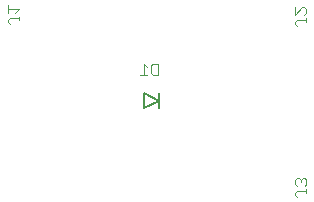
<source format=gbo>
G75*
G70*
%OFA0B0*%
%FSLAX24Y24*%
%IPPOS*%
%LPD*%
%AMOC8*
5,1,8,0,0,1.08239X$1,22.5*
%
%ADD10C,0.0030*%
%ADD11C,0.0060*%
D10*
X006451Y011756D02*
X006698Y011756D01*
X006574Y011756D02*
X006574Y012126D01*
X006698Y012003D01*
X006819Y012065D02*
X006881Y012126D01*
X007066Y012126D01*
X007066Y011756D01*
X006881Y011756D01*
X006819Y011818D01*
X006819Y012065D01*
X002420Y013573D02*
X002420Y013696D01*
X002420Y013635D02*
X002111Y013635D01*
X002049Y013573D01*
X002049Y013511D01*
X002111Y013449D01*
X002049Y013818D02*
X002049Y014065D01*
X002049Y013941D02*
X002420Y013941D01*
X002296Y013818D01*
X011619Y013758D02*
X011866Y014005D01*
X011928Y014005D01*
X011990Y013943D01*
X011990Y013819D01*
X011928Y013758D01*
X011990Y013636D02*
X011990Y013513D01*
X011990Y013575D02*
X011681Y013575D01*
X011619Y013513D01*
X011619Y013451D01*
X011681Y013389D01*
X011619Y013758D02*
X011619Y014005D01*
X011691Y008305D02*
X011629Y008243D01*
X011629Y008119D01*
X011691Y008058D01*
X011815Y008181D02*
X011815Y008243D01*
X011753Y008305D01*
X011691Y008305D01*
X011815Y008243D02*
X011876Y008305D01*
X011938Y008305D01*
X012000Y008243D01*
X012000Y008119D01*
X011938Y008058D01*
X012000Y007936D02*
X012000Y007813D01*
X012000Y007875D02*
X011691Y007875D01*
X011629Y007813D01*
X011629Y007751D01*
X011691Y007689D01*
D11*
X007094Y010891D02*
X006594Y010641D01*
X006594Y011141D01*
X007094Y010891D01*
X007094Y011141D02*
X007094Y010641D01*
M02*

</source>
